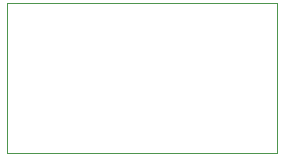
<source format=gko>
G75*
G70*
%OFA0B0*%
%FSLAX24Y24*%
%IPPOS*%
%LPD*%
%AMOC8*
5,1,8,0,0,1.08239X$1,22.5*
%
%ADD10C,0.0000*%
D10*
X000220Y000220D02*
X000220Y005220D01*
X009220Y005220D01*
X009220Y000220D01*
X000220Y000220D01*
M02*

</source>
